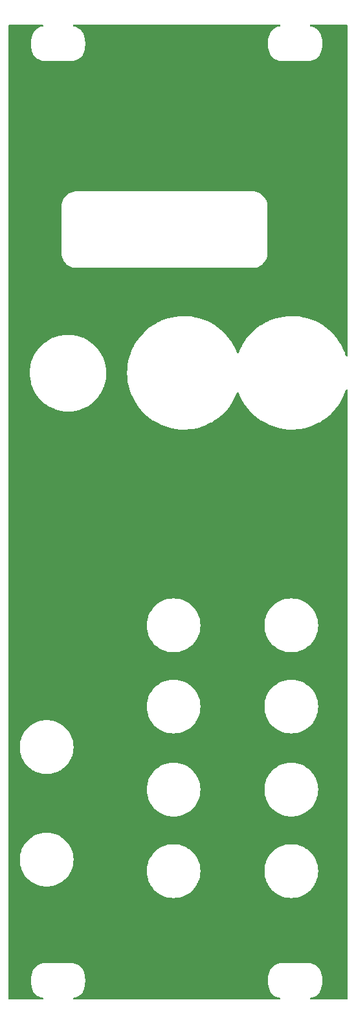
<source format=gbr>
%TF.GenerationSoftware,KiCad,Pcbnew,(6.0.7-1)-1*%
%TF.CreationDate,2022-12-12T14:07:04+01:00*%
%TF.ProjectId,panel,70616e65-6c2e-46b6-9963-61645f706362,rev?*%
%TF.SameCoordinates,Original*%
%TF.FileFunction,Copper,L1,Top*%
%TF.FilePolarity,Positive*%
%FSLAX46Y46*%
G04 Gerber Fmt 4.6, Leading zero omitted, Abs format (unit mm)*
G04 Created by KiCad (PCBNEW (6.0.7-1)-1) date 2022-12-12 14:07:04*
%MOMM*%
%LPD*%
G01*
G04 APERTURE LIST*
G04 APERTURE END LIST*
%TA.AperFunction,NonConductor*%
G36*
X27054924Y-21938502D02*
G01*
X27101417Y-21992158D01*
X27111521Y-22062432D01*
X27082027Y-22127012D01*
X27022301Y-22165396D01*
X27013230Y-22167698D01*
X26945424Y-22182243D01*
X26793494Y-22214833D01*
X26567033Y-22298086D01*
X26563119Y-22300190D01*
X26563115Y-22300192D01*
X26563091Y-22300205D01*
X26354518Y-22412334D01*
X26350936Y-22414969D01*
X26350933Y-22414971D01*
X26181671Y-22539488D01*
X26160164Y-22555310D01*
X25987829Y-22724178D01*
X25985131Y-22727693D01*
X25985127Y-22727698D01*
X25843635Y-22912065D01*
X25840933Y-22915586D01*
X25838754Y-22919449D01*
X25838750Y-22919455D01*
X25838739Y-22919475D01*
X25722390Y-23125736D01*
X25704911Y-23170454D01*
X25648028Y-23315980D01*
X25643086Y-23327026D01*
X25637424Y-23338206D01*
X25637403Y-23338270D01*
X25637393Y-23338290D01*
X25633514Y-23350229D01*
X25632741Y-23355027D01*
X25632739Y-23355036D01*
X25631407Y-23363309D01*
X25628815Y-23375515D01*
X25556741Y-23647753D01*
X25504003Y-23950372D01*
X25477535Y-24256410D01*
X25477535Y-24563590D01*
X25504003Y-24869628D01*
X25556741Y-25172247D01*
X25587794Y-25289539D01*
X25625398Y-25431578D01*
X25628442Y-25446828D01*
X25629342Y-25453438D01*
X25629928Y-25457741D01*
X25629948Y-25457808D01*
X25629949Y-25457815D01*
X25631281Y-25462280D01*
X25631283Y-25462289D01*
X25631593Y-25463327D01*
X25631602Y-25463356D01*
X25633514Y-25469771D01*
X25633517Y-25469778D01*
X25633537Y-25469844D01*
X25635709Y-25474407D01*
X25637517Y-25478205D01*
X25641103Y-25486491D01*
X25705598Y-25651500D01*
X25722322Y-25694288D01*
X25788404Y-25811435D01*
X25838668Y-25900541D01*
X25840874Y-25904452D01*
X25987785Y-26095869D01*
X25990964Y-26098984D01*
X25990966Y-26098986D01*
X26156960Y-26261626D01*
X26156966Y-26261631D01*
X26160139Y-26264740D01*
X26354516Y-26407712D01*
X26358424Y-26409812D01*
X26358428Y-26409815D01*
X26437332Y-26452224D01*
X26567056Y-26521948D01*
X26793542Y-26605180D01*
X26797883Y-26606111D01*
X26797888Y-26606112D01*
X26938305Y-26636212D01*
X27029477Y-26655756D01*
X27233241Y-26670077D01*
X27245260Y-26671505D01*
X27257626Y-26673581D01*
X27262490Y-26673639D01*
X27262493Y-26673639D01*
X27264112Y-26673658D01*
X27270178Y-26673730D01*
X27297700Y-26669779D01*
X27315605Y-26668500D01*
X30748695Y-26668500D01*
X30769619Y-26670250D01*
X30789357Y-26673574D01*
X30796423Y-26673661D01*
X30797045Y-26673669D01*
X30797046Y-26673669D01*
X30801909Y-26673729D01*
X30811264Y-26672391D01*
X30820234Y-26671434D01*
X31042592Y-26655772D01*
X31278504Y-26605167D01*
X31282678Y-26603633D01*
X31282680Y-26603632D01*
X31500795Y-26523448D01*
X31504965Y-26521915D01*
X31508880Y-26519811D01*
X31508883Y-26519809D01*
X31713485Y-26409815D01*
X31717481Y-26407667D01*
X31721069Y-26405028D01*
X31908249Y-26267329D01*
X31911835Y-26264691D01*
X32084170Y-26095823D01*
X32231067Y-25904416D01*
X32349610Y-25694265D01*
X32423965Y-25504036D01*
X32428912Y-25492979D01*
X32431594Y-25487685D01*
X32434576Y-25481796D01*
X32434601Y-25481720D01*
X32434606Y-25481711D01*
X32438485Y-25469772D01*
X32439274Y-25464876D01*
X32440595Y-25456675D01*
X32443188Y-25444466D01*
X32514563Y-25174875D01*
X32514565Y-25174864D01*
X32515258Y-25172248D01*
X32567996Y-24869629D01*
X32594464Y-24563591D01*
X32594464Y-24256411D01*
X32567996Y-23950373D01*
X32515258Y-23647754D01*
X32481510Y-23520284D01*
X32446603Y-23388432D01*
X32443559Y-23373181D01*
X32442730Y-23367094D01*
X32442730Y-23367092D01*
X32442072Y-23362260D01*
X32438486Y-23350230D01*
X32438478Y-23350214D01*
X32438465Y-23350169D01*
X32433915Y-23340610D01*
X32430329Y-23332323D01*
X32351218Y-23129898D01*
X32351217Y-23129896D01*
X32349601Y-23125761D01*
X32347403Y-23121863D01*
X32233246Y-22919475D01*
X32231062Y-22915603D01*
X32228360Y-22912083D01*
X32228356Y-22912076D01*
X32086872Y-22727715D01*
X32084166Y-22724189D01*
X31911827Y-22555318D01*
X31717468Y-22412342D01*
X31504944Y-22298098D01*
X31278475Y-22214855D01*
X31058577Y-22167699D01*
X30996165Y-22133858D01*
X30961956Y-22071647D01*
X30966812Y-22000816D01*
X31009190Y-21943855D01*
X31075637Y-21918848D01*
X31084997Y-21918500D01*
X57986803Y-21918500D01*
X58054924Y-21938502D01*
X58101417Y-21992158D01*
X58111521Y-22062432D01*
X58082027Y-22127012D01*
X58022301Y-22165396D01*
X58013230Y-22167698D01*
X57945424Y-22182243D01*
X57793494Y-22214833D01*
X57567033Y-22298086D01*
X57563119Y-22300190D01*
X57563115Y-22300192D01*
X57563091Y-22300205D01*
X57354518Y-22412334D01*
X57350936Y-22414969D01*
X57350933Y-22414971D01*
X57181671Y-22539488D01*
X57160164Y-22555310D01*
X56987829Y-22724178D01*
X56985131Y-22727693D01*
X56985127Y-22727698D01*
X56843635Y-22912065D01*
X56840933Y-22915586D01*
X56838754Y-22919449D01*
X56838750Y-22919455D01*
X56838739Y-22919475D01*
X56722390Y-23125736D01*
X56704911Y-23170454D01*
X56648028Y-23315980D01*
X56643086Y-23327026D01*
X56637424Y-23338206D01*
X56637400Y-23338281D01*
X56637390Y-23338300D01*
X56633511Y-23350239D01*
X56632736Y-23355052D01*
X56631405Y-23363317D01*
X56628814Y-23375522D01*
X56556744Y-23647760D01*
X56556275Y-23650450D01*
X56556275Y-23650451D01*
X56512465Y-23901855D01*
X56504009Y-23950377D01*
X56477544Y-24256412D01*
X56477544Y-24563588D01*
X56504009Y-24869623D01*
X56504477Y-24872309D01*
X56504478Y-24872316D01*
X56556275Y-25169549D01*
X56556744Y-25172240D01*
X56621962Y-25418595D01*
X56625395Y-25431563D01*
X56628438Y-25446806D01*
X56629925Y-25457732D01*
X56631313Y-25462387D01*
X56631314Y-25462393D01*
X56631790Y-25463986D01*
X56633511Y-25469761D01*
X56633516Y-25469771D01*
X56633534Y-25469832D01*
X56635666Y-25474310D01*
X56635669Y-25474318D01*
X56638083Y-25479388D01*
X56641674Y-25487685D01*
X56705696Y-25651500D01*
X56722399Y-25694240D01*
X56840938Y-25904398D01*
X56843640Y-25907918D01*
X56843644Y-25907925D01*
X56985128Y-26092286D01*
X56987834Y-26095812D01*
X57160173Y-26264683D01*
X57354533Y-26407659D01*
X57567056Y-26521903D01*
X57793526Y-26605147D01*
X58029446Y-26655738D01*
X58033878Y-26656050D01*
X58033879Y-26656050D01*
X58233192Y-26670074D01*
X58245219Y-26671504D01*
X58252772Y-26672773D01*
X58252787Y-26672774D01*
X58257584Y-26673580D01*
X58263899Y-26673655D01*
X58265265Y-26673672D01*
X58265268Y-26673672D01*
X58270136Y-26673730D01*
X58297690Y-26669777D01*
X58315582Y-26668500D01*
X61748695Y-26668500D01*
X61769619Y-26670250D01*
X61789357Y-26673574D01*
X61796423Y-26673661D01*
X61797045Y-26673669D01*
X61797046Y-26673669D01*
X61801909Y-26673729D01*
X61811264Y-26672391D01*
X61820234Y-26671434D01*
X62042592Y-26655772D01*
X62278504Y-26605167D01*
X62282678Y-26603633D01*
X62282680Y-26603632D01*
X62500795Y-26523448D01*
X62504965Y-26521915D01*
X62508880Y-26519811D01*
X62508883Y-26519809D01*
X62713485Y-26409815D01*
X62717481Y-26407667D01*
X62721069Y-26405028D01*
X62908249Y-26267329D01*
X62911835Y-26264691D01*
X63084170Y-26095823D01*
X63231067Y-25904416D01*
X63349610Y-25694265D01*
X63423965Y-25504036D01*
X63428912Y-25492979D01*
X63432487Y-25485921D01*
X63432487Y-25485920D01*
X63434576Y-25481796D01*
X63434597Y-25481733D01*
X63434603Y-25481720D01*
X63438482Y-25469782D01*
X63439255Y-25464985D01*
X63439258Y-25464972D01*
X63440592Y-25456691D01*
X63443184Y-25444487D01*
X63511254Y-25187389D01*
X63515261Y-25172256D01*
X63567536Y-24872318D01*
X63567538Y-24872309D01*
X63567539Y-24872304D01*
X63568004Y-24869634D01*
X63594474Y-24563593D01*
X63594474Y-24256409D01*
X63580550Y-24095425D01*
X63568239Y-23953080D01*
X63568238Y-23953070D01*
X63568004Y-23950368D01*
X63567537Y-23947684D01*
X63515727Y-23650412D01*
X63515725Y-23650404D01*
X63515262Y-23647746D01*
X63446602Y-23388425D01*
X63443556Y-23373168D01*
X63442727Y-23367077D01*
X63442070Y-23362250D01*
X63438483Y-23350221D01*
X63438475Y-23350205D01*
X63438453Y-23350130D01*
X63434325Y-23341460D01*
X63430734Y-23333165D01*
X63418928Y-23302964D01*
X63349639Y-23125709D01*
X63231087Y-22915560D01*
X63213836Y-22893083D01*
X63086885Y-22727679D01*
X63086883Y-22727677D01*
X63084180Y-22724155D01*
X62915029Y-22558423D01*
X62915016Y-22558410D01*
X62915011Y-22558406D01*
X62911834Y-22555293D01*
X62717470Y-22412325D01*
X62508881Y-22300205D01*
X62508859Y-22300193D01*
X62508855Y-22300191D01*
X62504944Y-22298089D01*
X62278474Y-22214850D01*
X62058582Y-22167699D01*
X61996169Y-22133860D01*
X61961960Y-22071649D01*
X61966814Y-22000818D01*
X62009192Y-21943856D01*
X62075638Y-21918848D01*
X62085000Y-21918500D01*
X66781500Y-21918500D01*
X66849621Y-21938502D01*
X66896114Y-21992158D01*
X66907500Y-22044500D01*
X66907500Y-65130590D01*
X66887498Y-65198711D01*
X66833842Y-65245204D01*
X66763568Y-65255308D01*
X66698988Y-65225814D01*
X66661976Y-65170466D01*
X66593120Y-64964079D01*
X66542969Y-64813756D01*
X66541520Y-64810265D01*
X66424394Y-64528197D01*
X66339573Y-64323925D01*
X66101676Y-63849889D01*
X66057945Y-63776383D01*
X65831655Y-63396025D01*
X65830495Y-63394075D01*
X65527419Y-62958817D01*
X65289176Y-62664086D01*
X65195409Y-62548086D01*
X65195405Y-62548082D01*
X65193999Y-62546342D01*
X64831941Y-62158761D01*
X64443098Y-61798058D01*
X64029462Y-61466080D01*
X63593148Y-61164525D01*
X63591203Y-61163377D01*
X63591192Y-61163370D01*
X63138338Y-60896086D01*
X63138335Y-60896084D01*
X63136391Y-60894937D01*
X62661527Y-60658696D01*
X62659443Y-60657839D01*
X62173082Y-60457871D01*
X62173069Y-60457866D01*
X62170989Y-60457011D01*
X61667285Y-60290915D01*
X61196727Y-60172282D01*
X61155170Y-60161805D01*
X61155168Y-60161804D01*
X61152996Y-60161257D01*
X60863421Y-60109936D01*
X60632965Y-60069093D01*
X60632959Y-60069092D01*
X60630752Y-60068701D01*
X60628511Y-60068467D01*
X60628508Y-60068467D01*
X60512748Y-60056402D01*
X60103228Y-60013721D01*
X60100981Y-60013648D01*
X60100975Y-60013648D01*
X59855423Y-60005717D01*
X59573122Y-59996599D01*
X59570883Y-59996687D01*
X59570877Y-59996687D01*
X59246791Y-60009421D01*
X59043149Y-60017422D01*
X59040930Y-60017669D01*
X59040916Y-60017670D01*
X58518258Y-60075834D01*
X58518256Y-60075834D01*
X58516021Y-60076083D01*
X57994437Y-60172282D01*
X57992261Y-60172847D01*
X57992251Y-60172849D01*
X57568934Y-60282721D01*
X57481065Y-60305527D01*
X57478935Y-60306246D01*
X56980665Y-60474416D01*
X56980654Y-60474420D01*
X56978533Y-60475136D01*
X56976458Y-60476006D01*
X56976453Y-60476008D01*
X56538397Y-60659701D01*
X56489415Y-60680241D01*
X56487422Y-60681250D01*
X56487411Y-60681255D01*
X56067295Y-60893931D01*
X56016212Y-60919791D01*
X55561348Y-61192561D01*
X55559520Y-61193843D01*
X55559519Y-61193844D01*
X55501399Y-61234616D01*
X55127150Y-61497155D01*
X55125392Y-61498586D01*
X55125391Y-61498587D01*
X54717598Y-61830582D01*
X54717589Y-61830590D01*
X54715841Y-61832013D01*
X54714199Y-61833558D01*
X54331159Y-62193884D01*
X54331147Y-62193896D01*
X54329526Y-62195421D01*
X53970183Y-62585520D01*
X53968787Y-62587272D01*
X53641052Y-62998554D01*
X53641043Y-62998566D01*
X53639651Y-63000313D01*
X53526213Y-63165676D01*
X53369532Y-63394075D01*
X53339621Y-63437677D01*
X53338480Y-63439626D01*
X53338476Y-63439632D01*
X53099398Y-63847947D01*
X53071629Y-63895373D01*
X52837047Y-64371058D01*
X52836193Y-64373155D01*
X52836192Y-64373158D01*
X52658587Y-64809451D01*
X52614377Y-64865003D01*
X52547152Y-64887835D01*
X52478255Y-64870697D01*
X52429560Y-64819032D01*
X52425519Y-64810265D01*
X52416897Y-64789499D01*
X52223573Y-64323925D01*
X51985676Y-63849889D01*
X51941945Y-63776383D01*
X51715655Y-63396025D01*
X51714495Y-63394075D01*
X51411419Y-62958817D01*
X51173176Y-62664086D01*
X51079409Y-62548086D01*
X51079405Y-62548082D01*
X51077999Y-62546342D01*
X50715941Y-62158761D01*
X50327098Y-61798058D01*
X49913462Y-61466080D01*
X49477148Y-61164525D01*
X49475203Y-61163377D01*
X49475192Y-61163370D01*
X49022338Y-60896086D01*
X49022335Y-60896084D01*
X49020391Y-60894937D01*
X48545527Y-60658696D01*
X48543443Y-60657839D01*
X48057082Y-60457871D01*
X48057069Y-60457866D01*
X48054989Y-60457011D01*
X47551285Y-60290915D01*
X47080727Y-60172282D01*
X47039170Y-60161805D01*
X47039168Y-60161804D01*
X47036996Y-60161257D01*
X46747421Y-60109936D01*
X46516965Y-60069093D01*
X46516959Y-60069092D01*
X46514752Y-60068701D01*
X46512511Y-60068467D01*
X46512508Y-60068467D01*
X46396748Y-60056402D01*
X45987228Y-60013721D01*
X45984981Y-60013648D01*
X45984975Y-60013648D01*
X45739423Y-60005717D01*
X45457122Y-59996599D01*
X45454883Y-59996687D01*
X45454877Y-59996687D01*
X45130791Y-60009421D01*
X44927149Y-60017422D01*
X44924930Y-60017669D01*
X44924916Y-60017670D01*
X44402258Y-60075834D01*
X44402256Y-60075834D01*
X44400021Y-60076083D01*
X43878437Y-60172282D01*
X43876261Y-60172847D01*
X43876251Y-60172849D01*
X43452934Y-60282721D01*
X43365065Y-60305527D01*
X43362935Y-60306246D01*
X42864665Y-60474416D01*
X42864654Y-60474420D01*
X42862533Y-60475136D01*
X42860458Y-60476006D01*
X42860453Y-60476008D01*
X42422397Y-60659701D01*
X42373415Y-60680241D01*
X42371422Y-60681250D01*
X42371411Y-60681255D01*
X41951295Y-60893931D01*
X41900212Y-60919791D01*
X41445348Y-61192561D01*
X41443520Y-61193843D01*
X41443519Y-61193844D01*
X41385399Y-61234616D01*
X41011150Y-61497155D01*
X41009392Y-61498586D01*
X41009391Y-61498587D01*
X40601598Y-61830582D01*
X40601589Y-61830590D01*
X40599841Y-61832013D01*
X40598199Y-61833558D01*
X40215159Y-62193884D01*
X40215147Y-62193896D01*
X40213526Y-62195421D01*
X39854183Y-62585520D01*
X39852787Y-62587272D01*
X39525052Y-62998554D01*
X39525043Y-62998566D01*
X39523651Y-63000313D01*
X39410213Y-63165676D01*
X39253532Y-63394075D01*
X39223621Y-63437677D01*
X39222480Y-63439626D01*
X39222476Y-63439632D01*
X38983398Y-63847947D01*
X38955629Y-63895373D01*
X38721047Y-64371058D01*
X38720193Y-64373155D01*
X38720192Y-64373158D01*
X38626148Y-64604182D01*
X38521075Y-64862297D01*
X38497951Y-64933255D01*
X38379213Y-65297612D01*
X38356738Y-65366577D01*
X38228876Y-65881316D01*
X38138144Y-66403880D01*
X38137919Y-66406115D01*
X38137918Y-66406122D01*
X38090226Y-66879757D01*
X38085006Y-66931593D01*
X38084942Y-66933829D01*
X38084941Y-66933838D01*
X38082657Y-67013132D01*
X38071226Y-67410000D01*
X38069735Y-67461755D01*
X38092407Y-67991652D01*
X38092662Y-67993876D01*
X38092663Y-67993884D01*
X38118293Y-68217099D01*
X38152908Y-68518572D01*
X38153320Y-68520761D01*
X38153321Y-68520770D01*
X38222379Y-68888003D01*
X38250927Y-69039818D01*
X38251499Y-69041991D01*
X38251500Y-69041995D01*
X38261500Y-69079976D01*
X38385964Y-69552722D01*
X38557326Y-70054658D01*
X38558200Y-70056721D01*
X38558203Y-70056730D01*
X38651170Y-70276280D01*
X38764136Y-70543058D01*
X39005337Y-71015421D01*
X39006501Y-71017346D01*
X39006505Y-71017354D01*
X39136300Y-71232093D01*
X39279693Y-71469330D01*
X39585800Y-71902462D01*
X39587236Y-71904213D01*
X39587238Y-71904216D01*
X39660427Y-71993476D01*
X39922092Y-72312600D01*
X40286847Y-72697644D01*
X40678198Y-73055623D01*
X41094142Y-73384706D01*
X41096003Y-73385973D01*
X41096011Y-73385979D01*
X41446918Y-73624902D01*
X41532551Y-73683207D01*
X41991179Y-73949600D01*
X41993187Y-73950582D01*
X41993201Y-73950589D01*
X42337274Y-74118776D01*
X42467680Y-74182520D01*
X42959615Y-74380775D01*
X42961754Y-74381464D01*
X42961760Y-74381466D01*
X43135339Y-74437363D01*
X43464465Y-74543351D01*
X43466649Y-74543885D01*
X43466651Y-74543886D01*
X43977455Y-74668879D01*
X43977465Y-74668881D01*
X43979647Y-74669415D01*
X44502524Y-74758323D01*
X44504751Y-74758539D01*
X44504763Y-74758541D01*
X45028182Y-74809401D01*
X45028195Y-74809402D01*
X45030420Y-74809618D01*
X45032647Y-74809674D01*
X45032657Y-74809675D01*
X45452965Y-74820314D01*
X45560632Y-74823040D01*
X45562877Y-74822936D01*
X45562887Y-74822936D01*
X45855300Y-74809401D01*
X46090447Y-74798517D01*
X46092674Y-74798253D01*
X46092679Y-74798253D01*
X46428206Y-74758541D01*
X46617152Y-74736178D01*
X46619359Y-74735755D01*
X47135859Y-74636760D01*
X47135872Y-74636757D01*
X47138053Y-74636339D01*
X47140218Y-74635761D01*
X47648304Y-74500096D01*
X47648316Y-74500092D01*
X47650482Y-74499514D01*
X47652611Y-74498779D01*
X47652617Y-74498777D01*
X47852986Y-74429589D01*
X48151817Y-74326401D01*
X48329158Y-74250575D01*
X48637412Y-74118776D01*
X48637427Y-74118769D01*
X48639492Y-74117886D01*
X48964319Y-73950589D01*
X49109005Y-73876071D01*
X49109013Y-73876067D01*
X49111010Y-73875038D01*
X49307479Y-73755348D01*
X49562019Y-73600282D01*
X49562022Y-73600280D01*
X49563959Y-73599100D01*
X49565807Y-73597784D01*
X49565815Y-73597779D01*
X49994174Y-73292797D01*
X49994186Y-73292787D01*
X49996020Y-73291482D01*
X50221999Y-73104868D01*
X50403257Y-72955185D01*
X50403262Y-72955180D01*
X50404981Y-72953761D01*
X50671862Y-72699169D01*
X50787127Y-72589212D01*
X50787137Y-72589202D01*
X50788749Y-72587664D01*
X50963525Y-72395251D01*
X51143838Y-72196743D01*
X51143842Y-72196739D01*
X51145361Y-72195066D01*
X51205555Y-72118435D01*
X51471595Y-71779750D01*
X51471599Y-71779745D01*
X51472989Y-71777975D01*
X51474243Y-71776119D01*
X51474252Y-71776107D01*
X51768693Y-71340402D01*
X51768698Y-71340394D01*
X51769959Y-71338528D01*
X52034749Y-70878972D01*
X52266004Y-70401661D01*
X52423117Y-70007854D01*
X52466938Y-69951994D01*
X52534002Y-69928694D01*
X52603017Y-69945350D01*
X52652071Y-69996674D01*
X52659389Y-70013835D01*
X52673326Y-70054658D01*
X52674201Y-70056723D01*
X52674205Y-70056735D01*
X52767170Y-70276280D01*
X52880136Y-70543058D01*
X53121337Y-71015421D01*
X53122501Y-71017346D01*
X53122505Y-71017354D01*
X53252300Y-71232093D01*
X53395693Y-71469330D01*
X53701800Y-71902462D01*
X53703236Y-71904213D01*
X53703238Y-71904216D01*
X53776427Y-71993476D01*
X54038092Y-72312600D01*
X54402847Y-72697644D01*
X54794198Y-73055623D01*
X55210142Y-73384706D01*
X55212003Y-73385973D01*
X55212011Y-73385979D01*
X55562918Y-73624902D01*
X55648551Y-73683207D01*
X56107179Y-73949600D01*
X56109187Y-73950582D01*
X56109201Y-73950589D01*
X56453274Y-74118776D01*
X56583680Y-74182520D01*
X57075615Y-74380775D01*
X57077754Y-74381464D01*
X57077760Y-74381466D01*
X57251339Y-74437363D01*
X57580465Y-74543351D01*
X57582649Y-74543885D01*
X57582651Y-74543886D01*
X58093455Y-74668879D01*
X58093465Y-74668881D01*
X58095647Y-74669415D01*
X58618524Y-74758323D01*
X58620751Y-74758539D01*
X58620763Y-74758541D01*
X59144182Y-74809401D01*
X59144195Y-74809402D01*
X59146420Y-74809618D01*
X59148647Y-74809674D01*
X59148657Y-74809675D01*
X59568965Y-74820314D01*
X59676632Y-74823040D01*
X59678877Y-74822936D01*
X59678887Y-74822936D01*
X59971300Y-74809401D01*
X60206447Y-74798517D01*
X60208674Y-74798253D01*
X60208679Y-74798253D01*
X60544206Y-74758541D01*
X60733152Y-74736178D01*
X60735359Y-74735755D01*
X61251859Y-74636760D01*
X61251872Y-74636757D01*
X61254053Y-74636339D01*
X61256218Y-74635761D01*
X61764304Y-74500096D01*
X61764316Y-74500092D01*
X61766482Y-74499514D01*
X61768611Y-74498779D01*
X61768617Y-74498777D01*
X61968986Y-74429589D01*
X62267817Y-74326401D01*
X62445158Y-74250575D01*
X62753412Y-74118776D01*
X62753427Y-74118769D01*
X62755492Y-74117886D01*
X63080319Y-73950589D01*
X63225005Y-73876071D01*
X63225013Y-73876067D01*
X63227010Y-73875038D01*
X63423479Y-73755348D01*
X63678019Y-73600282D01*
X63678022Y-73600280D01*
X63679959Y-73599100D01*
X63681807Y-73597784D01*
X63681815Y-73597779D01*
X64110174Y-73292797D01*
X64110186Y-73292787D01*
X64112020Y-73291482D01*
X64337999Y-73104868D01*
X64519257Y-72955185D01*
X64519262Y-72955180D01*
X64520981Y-72953761D01*
X64787862Y-72699169D01*
X64903127Y-72589212D01*
X64903137Y-72589202D01*
X64904749Y-72587664D01*
X65079525Y-72395251D01*
X65259838Y-72196743D01*
X65259842Y-72196739D01*
X65261361Y-72195066D01*
X65321555Y-72118435D01*
X65587595Y-71779750D01*
X65587599Y-71779745D01*
X65588989Y-71777975D01*
X65590243Y-71776119D01*
X65590252Y-71776107D01*
X65884693Y-71340402D01*
X65884698Y-71340394D01*
X65885959Y-71338528D01*
X66150749Y-70878972D01*
X66382004Y-70401661D01*
X66519616Y-70056735D01*
X66577704Y-69911135D01*
X66578541Y-69909037D01*
X66579220Y-69906905D01*
X66579224Y-69906892D01*
X66661431Y-69648525D01*
X66701146Y-69589676D01*
X66766373Y-69561640D01*
X66836402Y-69573319D01*
X66889001Y-69621005D01*
X66907500Y-69686729D01*
X66907500Y-149175500D01*
X66887498Y-149243621D01*
X66833842Y-149290114D01*
X66781500Y-149301500D01*
X62085191Y-149301500D01*
X62017070Y-149281498D01*
X61970577Y-149227842D01*
X61960473Y-149157568D01*
X61989967Y-149092988D01*
X62049693Y-149054604D01*
X62058764Y-149052303D01*
X62082542Y-149047202D01*
X62278504Y-149005167D01*
X62282678Y-149003633D01*
X62282680Y-149003632D01*
X62500795Y-148923448D01*
X62504965Y-148921915D01*
X62508880Y-148919811D01*
X62508883Y-148919809D01*
X62713485Y-148809815D01*
X62717481Y-148807667D01*
X62721069Y-148805028D01*
X62908249Y-148667329D01*
X62911835Y-148664691D01*
X63084170Y-148495823D01*
X63231067Y-148304416D01*
X63349610Y-148094265D01*
X63423965Y-147904036D01*
X63428912Y-147892979D01*
X63432487Y-147885921D01*
X63432487Y-147885920D01*
X63434576Y-147881796D01*
X63434597Y-147881733D01*
X63434603Y-147881720D01*
X63438482Y-147869782D01*
X63439255Y-147864985D01*
X63439258Y-147864972D01*
X63440592Y-147856691D01*
X63443184Y-147844487D01*
X63511254Y-147587389D01*
X63515261Y-147572256D01*
X63567536Y-147272318D01*
X63567538Y-147272309D01*
X63567539Y-147272304D01*
X63568004Y-147269634D01*
X63594474Y-146963593D01*
X63594474Y-146656409D01*
X63580550Y-146495425D01*
X63568239Y-146353080D01*
X63568238Y-146353070D01*
X63568004Y-146350368D01*
X63567537Y-146347684D01*
X63515727Y-146050412D01*
X63515725Y-146050404D01*
X63515262Y-146047746D01*
X63446602Y-145788425D01*
X63443556Y-145773168D01*
X63442727Y-145767077D01*
X63442070Y-145762250D01*
X63438483Y-145750221D01*
X63438475Y-145750205D01*
X63438453Y-145750130D01*
X63434325Y-145741460D01*
X63430734Y-145733165D01*
X63418928Y-145702964D01*
X63349639Y-145525709D01*
X63231087Y-145315560D01*
X63213836Y-145293083D01*
X63086885Y-145127679D01*
X63086883Y-145127677D01*
X63084180Y-145124155D01*
X62915029Y-144958423D01*
X62915016Y-144958410D01*
X62915011Y-144958406D01*
X62911834Y-144955293D01*
X62717470Y-144812325D01*
X62508881Y-144700205D01*
X62508859Y-144700193D01*
X62508855Y-144700191D01*
X62504944Y-144698089D01*
X62278474Y-144614850D01*
X62274125Y-144613917D01*
X62274120Y-144613916D01*
X62046905Y-144565195D01*
X62042554Y-144564262D01*
X61904958Y-144554581D01*
X61838812Y-144549927D01*
X61826786Y-144548498D01*
X61819223Y-144547228D01*
X61814418Y-144546421D01*
X61808103Y-144546346D01*
X61806737Y-144546329D01*
X61806734Y-144546329D01*
X61801866Y-144546271D01*
X61774319Y-144550223D01*
X61756427Y-144551500D01*
X58323299Y-144551500D01*
X58302373Y-144549750D01*
X58282642Y-144546427D01*
X58275477Y-144546339D01*
X58274953Y-144546332D01*
X58274952Y-144546332D01*
X58270090Y-144546272D01*
X58265286Y-144546959D01*
X58265273Y-144546960D01*
X58260753Y-144547607D01*
X58251768Y-144548565D01*
X58157392Y-144555213D01*
X58033833Y-144563916D01*
X58033830Y-144563916D01*
X58029407Y-144564228D01*
X58025074Y-144565157D01*
X58025070Y-144565158D01*
X57878675Y-144596561D01*
X57793494Y-144614833D01*
X57567033Y-144698086D01*
X57563119Y-144700190D01*
X57563115Y-144700192D01*
X57563091Y-144700205D01*
X57354518Y-144812334D01*
X57350936Y-144814969D01*
X57350933Y-144814971D01*
X57181671Y-144939488D01*
X57160164Y-144955310D01*
X56987829Y-145124178D01*
X56985131Y-145127693D01*
X56985127Y-145127698D01*
X56843635Y-145312065D01*
X56840933Y-145315586D01*
X56838754Y-145319449D01*
X56838750Y-145319455D01*
X56838739Y-145319475D01*
X56722390Y-145525736D01*
X56704911Y-145570454D01*
X56648028Y-145715980D01*
X56643086Y-145727026D01*
X56637424Y-145738206D01*
X56637400Y-145738281D01*
X56637390Y-145738300D01*
X56633511Y-145750239D01*
X56632736Y-145755052D01*
X56631405Y-145763317D01*
X56628814Y-145775522D01*
X56556744Y-146047760D01*
X56556275Y-146050450D01*
X56556275Y-146050451D01*
X56512465Y-146301855D01*
X56504009Y-146350377D01*
X56477544Y-146656412D01*
X56477544Y-146963588D01*
X56504009Y-147269623D01*
X56504477Y-147272309D01*
X56504478Y-147272316D01*
X56556275Y-147569549D01*
X56556744Y-147572240D01*
X56621962Y-147818595D01*
X56625395Y-147831563D01*
X56628438Y-147846806D01*
X56629925Y-147857732D01*
X56631313Y-147862387D01*
X56631314Y-147862393D01*
X56631790Y-147863986D01*
X56633511Y-147869761D01*
X56633516Y-147869771D01*
X56633534Y-147869832D01*
X56635666Y-147874310D01*
X56635669Y-147874318D01*
X56638083Y-147879388D01*
X56641674Y-147887685D01*
X56705696Y-148051500D01*
X56722399Y-148094240D01*
X56840938Y-148304398D01*
X56843640Y-148307918D01*
X56843644Y-148307925D01*
X56985128Y-148492286D01*
X56987834Y-148495812D01*
X57160173Y-148664683D01*
X57354533Y-148807659D01*
X57567056Y-148921903D01*
X57793526Y-149005147D01*
X57797877Y-149006080D01*
X58013418Y-149052301D01*
X58075831Y-149086141D01*
X58110040Y-149148353D01*
X58105184Y-149219183D01*
X58062806Y-149276144D01*
X57996359Y-149301152D01*
X57986999Y-149301500D01*
X31085191Y-149301500D01*
X31017070Y-149281498D01*
X30970577Y-149227842D01*
X30960473Y-149157568D01*
X30989967Y-149092988D01*
X31049693Y-149054604D01*
X31058764Y-149052303D01*
X31082542Y-149047202D01*
X31278504Y-149005167D01*
X31282678Y-149003633D01*
X31282680Y-149003632D01*
X31500795Y-148923448D01*
X31504965Y-148921915D01*
X31508880Y-148919811D01*
X31508883Y-148919809D01*
X31713485Y-148809815D01*
X31717481Y-148807667D01*
X31721069Y-148805028D01*
X31908249Y-148667329D01*
X31911835Y-148664691D01*
X32084170Y-148495823D01*
X32231067Y-148304416D01*
X32349610Y-148094265D01*
X32423965Y-147904036D01*
X32428912Y-147892979D01*
X32431594Y-147887685D01*
X32434576Y-147881796D01*
X32434601Y-147881720D01*
X32434606Y-147881711D01*
X32438485Y-147869772D01*
X32439274Y-147864876D01*
X32440595Y-147856675D01*
X32443188Y-147844466D01*
X32514563Y-147574875D01*
X32514565Y-147574864D01*
X32515258Y-147572248D01*
X32567996Y-147269629D01*
X32594464Y-146963591D01*
X32594464Y-146656411D01*
X32567996Y-146350373D01*
X32515258Y-146047754D01*
X32481510Y-145920284D01*
X32446603Y-145788432D01*
X32443559Y-145773181D01*
X32442730Y-145767094D01*
X32442730Y-145767092D01*
X32442072Y-145762260D01*
X32438486Y-145750230D01*
X32438478Y-145750214D01*
X32438465Y-145750169D01*
X32433915Y-145740610D01*
X32430329Y-145732323D01*
X32351218Y-145529898D01*
X32351217Y-145529896D01*
X32349601Y-145525761D01*
X32347403Y-145521863D01*
X32233246Y-145319475D01*
X32231062Y-145315603D01*
X32228360Y-145312083D01*
X32228356Y-145312076D01*
X32086872Y-145127715D01*
X32084166Y-145124189D01*
X31911827Y-144955318D01*
X31717468Y-144812342D01*
X31504944Y-144698098D01*
X31278475Y-144614855D01*
X31042555Y-144564263D01*
X31038123Y-144563951D01*
X31038122Y-144563951D01*
X30972026Y-144559300D01*
X30838806Y-144549927D01*
X30826782Y-144548497D01*
X30819229Y-144547228D01*
X30819216Y-144547227D01*
X30814418Y-144546421D01*
X30808103Y-144546346D01*
X30806737Y-144546329D01*
X30806734Y-144546329D01*
X30801866Y-144546271D01*
X30774319Y-144550223D01*
X30756427Y-144551500D01*
X27323299Y-144551500D01*
X27302373Y-144549750D01*
X27282642Y-144546427D01*
X27275477Y-144546339D01*
X27274953Y-144546332D01*
X27274952Y-144546332D01*
X27270090Y-144546272D01*
X27265286Y-144546959D01*
X27265273Y-144546960D01*
X27260753Y-144547607D01*
X27251768Y-144548565D01*
X27157392Y-144555213D01*
X27033833Y-144563916D01*
X27033830Y-144563916D01*
X27029407Y-144564228D01*
X27025074Y-144565157D01*
X27025070Y-144565158D01*
X26878675Y-144596561D01*
X26793494Y-144614833D01*
X26567033Y-144698086D01*
X26563119Y-144700190D01*
X26563115Y-144700192D01*
X26563091Y-144700205D01*
X26354518Y-144812334D01*
X26350936Y-144814969D01*
X26350933Y-144814971D01*
X26181671Y-144939488D01*
X26160164Y-144955310D01*
X25987829Y-145124178D01*
X25985131Y-145127693D01*
X25985127Y-145127698D01*
X25843635Y-145312065D01*
X25840933Y-145315586D01*
X25838754Y-145319449D01*
X25838750Y-145319455D01*
X25838739Y-145319475D01*
X25722390Y-145525736D01*
X25704911Y-145570454D01*
X25648028Y-145715980D01*
X25643086Y-145727026D01*
X25637424Y-145738206D01*
X25637403Y-145738270D01*
X25637393Y-145738290D01*
X25633514Y-145750229D01*
X25632741Y-145755027D01*
X25632739Y-145755036D01*
X25631407Y-145763309D01*
X25628815Y-145775515D01*
X25556741Y-146047753D01*
X25504003Y-146350372D01*
X25477535Y-146656410D01*
X25477535Y-146963590D01*
X25504003Y-147269628D01*
X25556741Y-147572247D01*
X25587794Y-147689539D01*
X25625398Y-147831578D01*
X25628442Y-147846828D01*
X25629342Y-147853438D01*
X25629928Y-147857741D01*
X25629948Y-147857808D01*
X25629949Y-147857815D01*
X25631281Y-147862280D01*
X25631283Y-147862289D01*
X25631593Y-147863327D01*
X25631602Y-147863356D01*
X25633514Y-147869771D01*
X25633517Y-147869778D01*
X25633537Y-147869844D01*
X25635709Y-147874407D01*
X25637517Y-147878205D01*
X25641103Y-147886491D01*
X25705598Y-148051500D01*
X25722322Y-148094288D01*
X25788404Y-148211435D01*
X25838668Y-148300541D01*
X25840874Y-148304452D01*
X25987785Y-148495869D01*
X25990964Y-148498984D01*
X25990966Y-148498986D01*
X26156960Y-148661626D01*
X26156966Y-148661631D01*
X26160139Y-148664740D01*
X26354516Y-148807712D01*
X26358424Y-148809812D01*
X26358428Y-148809815D01*
X26437332Y-148852224D01*
X26567056Y-148921948D01*
X26793542Y-149005180D01*
X26797883Y-149006111D01*
X26797888Y-149006112D01*
X27013350Y-149052299D01*
X27075765Y-149086135D01*
X27109979Y-149148344D01*
X27105129Y-149219174D01*
X27062754Y-149276139D01*
X26996310Y-149301151D01*
X26986940Y-149301500D01*
X22670500Y-149301500D01*
X22602379Y-149281498D01*
X22555886Y-149227842D01*
X22544500Y-149175500D01*
X22544500Y-131010000D01*
X24022685Y-131010000D01*
X24041931Y-131377241D01*
X24042444Y-131380481D01*
X24042445Y-131380489D01*
X24049894Y-131427519D01*
X24099459Y-131740459D01*
X24194639Y-132095674D01*
X24195824Y-132098762D01*
X24195825Y-132098764D01*
X24245902Y-132229218D01*
X24326427Y-132438994D01*
X24493380Y-132766657D01*
X24693668Y-133075075D01*
X24925098Y-133360867D01*
X25185133Y-133620902D01*
X25470925Y-133852332D01*
X25473700Y-133854134D01*
X25599623Y-133935909D01*
X25779342Y-134052620D01*
X25782276Y-134054115D01*
X25782283Y-134054119D01*
X26099108Y-134215549D01*
X26107006Y-134219573D01*
X26450326Y-134351361D01*
X26805541Y-134446541D01*
X26998558Y-134477112D01*
X27165511Y-134503555D01*
X27165519Y-134503556D01*
X27168759Y-134504069D01*
X27536000Y-134523315D01*
X27903241Y-134504069D01*
X27906481Y-134503556D01*
X27906489Y-134503555D01*
X28073442Y-134477112D01*
X28266459Y-134446541D01*
X28621674Y-134351361D01*
X28964994Y-134219573D01*
X28972892Y-134215549D01*
X29289717Y-134054119D01*
X29289724Y-134054115D01*
X29292658Y-134052620D01*
X29472378Y-133935909D01*
X29598300Y-133854134D01*
X29601075Y-133852332D01*
X29886867Y-133620902D01*
X30146902Y-133360867D01*
X30378332Y-133075075D01*
X30578620Y-132766657D01*
X30709394Y-132510000D01*
X40622685Y-132510000D01*
X40641931Y-132877241D01*
X40699459Y-133240459D01*
X40794639Y-133595674D01*
X40795824Y-133598762D01*
X40795825Y-133598764D01*
X40845902Y-133729218D01*
X40926427Y-133938994D01*
X40927925Y-133941934D01*
X41069993Y-134220757D01*
X41093380Y-134266657D01*
X41293668Y-134575075D01*
X41525098Y-134860867D01*
X41785133Y-135120902D01*
X42070925Y-135352332D01*
X42379342Y-135552620D01*
X42382276Y-135554115D01*
X42382283Y-135554119D01*
X42704066Y-135718075D01*
X42707006Y-135719573D01*
X43050326Y-135851361D01*
X43405541Y-135946541D01*
X43598558Y-135977112D01*
X43765511Y-136003555D01*
X43765519Y-136003556D01*
X43768759Y-136004069D01*
X44136000Y-136023315D01*
X44503241Y-136004069D01*
X44506481Y-136003556D01*
X44506489Y-136003555D01*
X44673442Y-135977112D01*
X44866459Y-135946541D01*
X45221674Y-135851361D01*
X45564994Y-135719573D01*
X45567934Y-135718075D01*
X45889717Y-135554119D01*
X45889724Y-135554115D01*
X45892658Y-135552620D01*
X46201075Y-135352332D01*
X46486867Y-135120902D01*
X46746902Y-134860867D01*
X46978332Y-134575075D01*
X47178620Y-134266657D01*
X47202008Y-134220757D01*
X47344075Y-133941934D01*
X47345573Y-133938994D01*
X47426098Y-133729218D01*
X47476175Y-133598764D01*
X47476176Y-133598762D01*
X47477361Y-133595674D01*
X47572541Y-133240459D01*
X47630069Y-132877241D01*
X47649315Y-132510000D01*
X56022685Y-132510000D01*
X56041931Y-132877241D01*
X56099459Y-133240459D01*
X56194639Y-133595674D01*
X56195824Y-133598762D01*
X56195825Y-133598764D01*
X56245902Y-133729218D01*
X56326427Y-133938994D01*
X56327925Y-133941934D01*
X56469993Y-134220757D01*
X56493380Y-134266657D01*
X56693668Y-134575075D01*
X56925098Y-134860867D01*
X57185133Y-135120902D01*
X57470925Y-135352332D01*
X57779342Y-135552620D01*
X57782276Y-135554115D01*
X57782283Y-135554119D01*
X58104066Y-135718075D01*
X58107006Y-135719573D01*
X58450326Y-135851361D01*
X58805541Y-135946541D01*
X58998558Y-135977112D01*
X59165511Y-136003555D01*
X59165519Y-136003556D01*
X59168759Y-136004069D01*
X59536000Y-136023315D01*
X59903241Y-136004069D01*
X59906481Y-136003556D01*
X59906489Y-136003555D01*
X60073442Y-135977112D01*
X60266459Y-135946541D01*
X60621674Y-135851361D01*
X60964994Y-135719573D01*
X60967934Y-135718075D01*
X61289717Y-135554119D01*
X61289724Y-135554115D01*
X61292658Y-135552620D01*
X61601075Y-135352332D01*
X61886867Y-135120902D01*
X62146902Y-134860867D01*
X62378332Y-134575075D01*
X62578620Y-134266657D01*
X62602008Y-134220757D01*
X62744075Y-133941934D01*
X62745573Y-133938994D01*
X62826098Y-133729218D01*
X62876175Y-133598764D01*
X62876176Y-133598762D01*
X62877361Y-133595674D01*
X62972541Y-133240459D01*
X63030069Y-132877241D01*
X63049315Y-132510000D01*
X63030069Y-132142759D01*
X63022612Y-132095674D01*
X62995925Y-131927182D01*
X62972541Y-131779541D01*
X62877361Y-131424326D01*
X62833365Y-131309711D01*
X62746757Y-131084091D01*
X62745573Y-131081006D01*
X62578620Y-130753343D01*
X62378332Y-130444925D01*
X62146902Y-130159133D01*
X61886867Y-129899098D01*
X61601075Y-129667668D01*
X61497526Y-129600423D01*
X61295427Y-129469178D01*
X61295424Y-129469176D01*
X61292658Y-129467380D01*
X61289724Y-129465885D01*
X61289717Y-129465881D01*
X60967934Y-129301925D01*
X60964994Y-129300427D01*
X60621674Y-129168639D01*
X60266459Y-129073459D01*
X60073442Y-129042888D01*
X59906489Y-129016445D01*
X59906481Y-129016444D01*
X59903241Y-129015931D01*
X59536000Y-128996685D01*
X59168759Y-129015931D01*
X59165519Y-129016444D01*
X59165511Y-129016445D01*
X58998558Y-129042888D01*
X58805541Y-129073459D01*
X58450326Y-129168639D01*
X58107006Y-129300427D01*
X58104066Y-129301925D01*
X57782284Y-129465881D01*
X57782277Y-129465885D01*
X57779343Y-129467380D01*
X57470925Y-129667668D01*
X57185133Y-129899098D01*
X56925098Y-130159133D01*
X56693668Y-130444925D01*
X56493380Y-130753343D01*
X56326427Y-131081006D01*
X56325243Y-131084091D01*
X56238636Y-131309711D01*
X56194639Y-131424326D01*
X56099459Y-131779541D01*
X56076075Y-131927182D01*
X56049389Y-132095674D01*
X56041931Y-132142759D01*
X56022685Y-132510000D01*
X47649315Y-132510000D01*
X47630069Y-132142759D01*
X47622612Y-132095674D01*
X47595925Y-131927182D01*
X47572541Y-131779541D01*
X47477361Y-131424326D01*
X47433365Y-131309711D01*
X47346757Y-131084091D01*
X47345573Y-131081006D01*
X47178620Y-130753343D01*
X46978332Y-130444925D01*
X46746902Y-130159133D01*
X46486867Y-129899098D01*
X46201075Y-129667668D01*
X46097526Y-129600423D01*
X45895427Y-129469178D01*
X45895424Y-129469176D01*
X45892658Y-129467380D01*
X45889724Y-129465885D01*
X45889717Y-129465881D01*
X45567934Y-129301925D01*
X45564994Y-129300427D01*
X45221674Y-129168639D01*
X44866459Y-129073459D01*
X44673442Y-129042888D01*
X44506489Y-129016445D01*
X44506481Y-129016444D01*
X44503241Y-129015931D01*
X44136000Y-128996685D01*
X43768759Y-129015931D01*
X43765519Y-129016444D01*
X43765511Y-129016445D01*
X43598558Y-129042888D01*
X43405541Y-129073459D01*
X43050326Y-129168639D01*
X42707006Y-129300427D01*
X42704066Y-129301925D01*
X42382284Y-129465881D01*
X42382277Y-129465885D01*
X42379343Y-129467380D01*
X42070925Y-129667668D01*
X41785133Y-129899098D01*
X41525098Y-130159133D01*
X41293668Y-130444925D01*
X41093380Y-130753343D01*
X40926427Y-131081006D01*
X40925243Y-131084091D01*
X40838636Y-131309711D01*
X40794639Y-131424326D01*
X40699459Y-131779541D01*
X40676075Y-131927182D01*
X40649389Y-132095674D01*
X40641931Y-132142759D01*
X40622685Y-132510000D01*
X30709394Y-132510000D01*
X30745573Y-132438994D01*
X30826098Y-132229218D01*
X30876175Y-132098764D01*
X30876176Y-132098762D01*
X30877361Y-132095674D01*
X30972541Y-131740459D01*
X31022106Y-131427519D01*
X31029555Y-131380489D01*
X31029556Y-131380481D01*
X31030069Y-131377241D01*
X31049315Y-131010000D01*
X31030069Y-130642759D01*
X30972541Y-130279541D01*
X30877361Y-129924326D01*
X30833365Y-129809711D01*
X30746757Y-129584091D01*
X30745573Y-129581006D01*
X30602611Y-129300427D01*
X30580119Y-129256284D01*
X30580115Y-129256277D01*
X30578620Y-129253343D01*
X30378332Y-128944925D01*
X30146902Y-128659133D01*
X29886867Y-128399098D01*
X29601075Y-128167668D01*
X29292658Y-127967380D01*
X29289724Y-127965885D01*
X29289717Y-127965881D01*
X28967934Y-127801925D01*
X28964994Y-127800427D01*
X28621674Y-127668639D01*
X28266459Y-127573459D01*
X28073442Y-127542888D01*
X27906489Y-127516445D01*
X27906481Y-127516444D01*
X27903241Y-127515931D01*
X27536000Y-127496685D01*
X27168759Y-127515931D01*
X27165519Y-127516444D01*
X27165511Y-127516445D01*
X26998558Y-127542888D01*
X26805541Y-127573459D01*
X26450326Y-127668639D01*
X26107006Y-127800427D01*
X26104066Y-127801925D01*
X25782284Y-127965881D01*
X25782277Y-127965885D01*
X25779343Y-127967380D01*
X25470925Y-128167668D01*
X25185133Y-128399098D01*
X24925098Y-128659133D01*
X24693668Y-128944925D01*
X24493380Y-129253343D01*
X24491885Y-129256277D01*
X24491881Y-129256284D01*
X24469389Y-129300427D01*
X24326427Y-129581006D01*
X24325243Y-129584091D01*
X24238636Y-129809711D01*
X24194639Y-129924326D01*
X24099459Y-130279541D01*
X24041931Y-130642759D01*
X24022685Y-131010000D01*
X22544500Y-131010000D01*
X22544500Y-121860000D01*
X40622685Y-121860000D01*
X40641931Y-122227241D01*
X40699459Y-122590459D01*
X40794639Y-122945674D01*
X40795824Y-122948762D01*
X40795825Y-122948764D01*
X40845902Y-123079218D01*
X40926427Y-123288994D01*
X41093380Y-123616657D01*
X41293668Y-123925075D01*
X41525098Y-124210867D01*
X41785133Y-124470902D01*
X42070925Y-124702332D01*
X42379342Y-124902620D01*
X42382276Y-124904115D01*
X42382283Y-124904119D01*
X42704066Y-125068075D01*
X42707006Y-125069573D01*
X43050326Y-125201361D01*
X43405541Y-125296541D01*
X43598558Y-125327112D01*
X43765511Y-125353555D01*
X43765519Y-125353556D01*
X43768759Y-125354069D01*
X44136000Y-125373315D01*
X44503241Y-125354069D01*
X44506481Y-125353556D01*
X44506489Y-125353555D01*
X44673442Y-125327112D01*
X44866459Y-125296541D01*
X45221674Y-125201361D01*
X45564994Y-125069573D01*
X45567934Y-125068075D01*
X45889717Y-124904119D01*
X45889724Y-124904115D01*
X45892658Y-124902620D01*
X46201075Y-124702332D01*
X46486867Y-124470902D01*
X46746902Y-124210867D01*
X46978332Y-123925075D01*
X47178620Y-123616657D01*
X47345573Y-123288994D01*
X47426098Y-123079218D01*
X47476175Y-122948764D01*
X47476176Y-122948762D01*
X47477361Y-122945674D01*
X47572541Y-122590459D01*
X47630069Y-122227241D01*
X47649315Y-121860000D01*
X56022685Y-121860000D01*
X56041931Y-122227241D01*
X56099459Y-122590459D01*
X56194639Y-122945674D01*
X56195824Y-122948762D01*
X56195825Y-122948764D01*
X56245902Y-123079218D01*
X56326427Y-123288994D01*
X56493380Y-123616657D01*
X56693668Y-123925075D01*
X56925098Y-124210867D01*
X57185133Y-124470902D01*
X57470925Y-124702332D01*
X57779342Y-124902620D01*
X57782276Y-124904115D01*
X57782283Y-124904119D01*
X58104066Y-125068075D01*
X58107006Y-125069573D01*
X58450326Y-125201361D01*
X58805541Y-125296541D01*
X58998558Y-125327112D01*
X59165511Y-125353555D01*
X59165519Y-125353556D01*
X59168759Y-125354069D01*
X59536000Y-125373315D01*
X59903241Y-125354069D01*
X59906481Y-125353556D01*
X59906489Y-125353555D01*
X60073442Y-125327112D01*
X60266459Y-125296541D01*
X60621674Y-125201361D01*
X60964994Y-125069573D01*
X60967934Y-125068075D01*
X61289717Y-124904119D01*
X61289724Y-124904115D01*
X61292658Y-124902620D01*
X61601075Y-124702332D01*
X61886867Y-124470902D01*
X62146902Y-124210867D01*
X62378332Y-123925075D01*
X62578620Y-123616657D01*
X62745573Y-123288994D01*
X62826098Y-123079218D01*
X62876175Y-122948764D01*
X62876176Y-122948762D01*
X62877361Y-122945674D01*
X62972541Y-122590459D01*
X63030069Y-122227241D01*
X63049315Y-121860000D01*
X63030069Y-121492759D01*
X62972541Y-121129541D01*
X62877361Y-120774326D01*
X62833365Y-120659711D01*
X62746757Y-120434091D01*
X62745573Y-120431006D01*
X62578620Y-120103343D01*
X62378332Y-119794925D01*
X62146902Y-119509133D01*
X61886867Y-119249098D01*
X61601075Y-119017668D01*
X61292658Y-118817380D01*
X61289724Y-118815885D01*
X61289717Y-118815881D01*
X60967934Y-118651925D01*
X60964994Y-118650427D01*
X60621674Y-118518639D01*
X60266459Y-118423459D01*
X60073442Y-118392888D01*
X59906489Y-118366445D01*
X59906481Y-118366444D01*
X59903241Y-118365931D01*
X59536000Y-118346685D01*
X59168759Y-118365931D01*
X59165519Y-118366444D01*
X59165511Y-118366445D01*
X58998558Y-118392888D01*
X58805541Y-118423459D01*
X58450326Y-118518639D01*
X58107006Y-118650427D01*
X58104066Y-118651925D01*
X57782284Y-118815881D01*
X57782277Y-118815885D01*
X57779343Y-118817380D01*
X57470925Y-119017668D01*
X57185133Y-119249098D01*
X56925098Y-119509133D01*
X56693668Y-119794925D01*
X56493380Y-120103343D01*
X56326427Y-120431006D01*
X56325243Y-120434091D01*
X56238636Y-120659711D01*
X56194639Y-120774326D01*
X56099459Y-121129541D01*
X56041931Y-121492759D01*
X56022685Y-121860000D01*
X47649315Y-121860000D01*
X47630069Y-121492759D01*
X47572541Y-121129541D01*
X47477361Y-120774326D01*
X47433365Y-120659711D01*
X47346757Y-120434091D01*
X47345573Y-120431006D01*
X47178620Y-120103343D01*
X46978332Y-119794925D01*
X46746902Y-119509133D01*
X46486867Y-119249098D01*
X46201075Y-119017668D01*
X45892658Y-118817380D01*
X45889724Y-118815885D01*
X45889717Y-118815881D01*
X45567934Y-118651925D01*
X45564994Y-118650427D01*
X45221674Y-118518639D01*
X44866459Y-118423459D01*
X44673442Y-118392888D01*
X44506489Y-118366445D01*
X44506481Y-118366444D01*
X44503241Y-118365931D01*
X44136000Y-118346685D01*
X43768759Y-118365931D01*
X43765519Y-118366444D01*
X43765511Y-118366445D01*
X43598558Y-118392888D01*
X43405541Y-118423459D01*
X43050326Y-118518639D01*
X42707006Y-118650427D01*
X42704066Y-118651925D01*
X42382284Y-118815881D01*
X42382277Y-118815885D01*
X42379343Y-118817380D01*
X42070925Y-119017668D01*
X41785133Y-119249098D01*
X41525098Y-119509133D01*
X41293668Y-119794925D01*
X41093380Y-120103343D01*
X40926427Y-120431006D01*
X40925243Y-120434091D01*
X40838636Y-120659711D01*
X40794639Y-120774326D01*
X40699459Y-121129541D01*
X40641931Y-121492759D01*
X40622685Y-121860000D01*
X22544500Y-121860000D01*
X22544500Y-116310000D01*
X24022685Y-116310000D01*
X24041931Y-116677241D01*
X24099459Y-117040459D01*
X24194639Y-117395674D01*
X24195824Y-117398762D01*
X24195825Y-117398764D01*
X24245902Y-117529218D01*
X24326427Y-117738994D01*
X24493380Y-118066657D01*
X24693668Y-118375075D01*
X24925098Y-118660867D01*
X25185133Y-118920902D01*
X25470925Y-119152332D01*
X25779342Y-119352620D01*
X25782276Y-119354115D01*
X25782283Y-119354119D01*
X25820156Y-119373416D01*
X26107006Y-119519573D01*
X26450326Y-119651361D01*
X26805541Y-119746541D01*
X26998558Y-119777112D01*
X27165511Y-119803555D01*
X27165519Y-119803556D01*
X27168759Y-119804069D01*
X27536000Y-119823315D01*
X27903241Y-119804069D01*
X27906481Y-119803556D01*
X27906489Y-119803555D01*
X28073442Y-119777112D01*
X28266459Y-119746541D01*
X28621674Y-119651361D01*
X28964994Y-119519573D01*
X29251844Y-119373416D01*
X29289717Y-119354119D01*
X29289724Y-119354115D01*
X29292658Y-119352620D01*
X29601075Y-119152332D01*
X29886867Y-118920902D01*
X30146902Y-118660867D01*
X30378332Y-118375075D01*
X30578620Y-118066657D01*
X30745573Y-117738994D01*
X30826098Y-117529218D01*
X30876175Y-117398764D01*
X30876176Y-117398762D01*
X30877361Y-117395674D01*
X30972541Y-117040459D01*
X31030069Y-116677241D01*
X31049315Y-116310000D01*
X31030069Y-115942759D01*
X30972541Y-115579541D01*
X30877361Y-115224326D01*
X30833365Y-115109711D01*
X30746757Y-114884091D01*
X30745573Y-114881006D01*
X30578620Y-114553343D01*
X30559008Y-114523142D01*
X30380134Y-114247700D01*
X30378332Y-114244925D01*
X30146902Y-113959133D01*
X29886867Y-113699098D01*
X29601075Y-113467668D01*
X29436616Y-113360867D01*
X29295427Y-113269178D01*
X29295424Y-113269176D01*
X29292658Y-113267380D01*
X29289724Y-113265885D01*
X29289717Y-113265881D01*
X28967934Y-113101925D01*
X28964994Y-113100427D01*
X28621674Y-112968639D01*
X28266459Y-112873459D01*
X28073442Y-112842888D01*
X27906489Y-112816445D01*
X27906481Y-112816444D01*
X27903241Y-112815931D01*
X27536000Y-112796685D01*
X27168759Y-112815931D01*
X27165519Y-112816444D01*
X27165511Y-112816445D01*
X26998558Y-112842888D01*
X26805541Y-112873459D01*
X26450326Y-112968639D01*
X26107006Y-113100427D01*
X26104066Y-113101925D01*
X25782284Y-113265881D01*
X25782277Y-113265885D01*
X25779343Y-113267380D01*
X25470925Y-113467668D01*
X25185133Y-113699098D01*
X24925098Y-113959133D01*
X24693668Y-114244925D01*
X24691866Y-114247700D01*
X24512993Y-114523142D01*
X24493380Y-114553343D01*
X24326427Y-114881006D01*
X24325243Y-114884091D01*
X24238636Y-115109711D01*
X24194639Y-115224326D01*
X24099459Y-115579541D01*
X24041931Y-115942759D01*
X24022685Y-116310000D01*
X22544500Y-116310000D01*
X22544500Y-111010000D01*
X40622685Y-111010000D01*
X40641931Y-111377241D01*
X40699459Y-111740459D01*
X40794639Y-112095674D01*
X40795824Y-112098762D01*
X40795825Y-112098764D01*
X40845902Y-112229218D01*
X40926427Y-112438994D01*
X41093380Y-112766657D01*
X41095176Y-112769423D01*
X41095178Y-112769426D01*
X41162738Y-112873459D01*
X41293668Y-113075075D01*
X41525098Y-113360867D01*
X41785133Y-113620902D01*
X42070925Y-113852332D01*
X42073700Y-113854134D01*
X42239350Y-113961708D01*
X42379342Y-114052620D01*
X42382276Y-114054115D01*
X42382283Y-114054119D01*
X42681068Y-114206357D01*
X42707006Y-114219573D01*
X43050326Y-114351361D01*
X43405541Y-114446541D01*
X43598558Y-114477112D01*
X43765511Y-114503555D01*
X43765519Y-114503556D01*
X43768759Y-114504069D01*
X44136000Y-114523315D01*
X44503241Y-114504069D01*
X44506481Y-114503556D01*
X44506489Y-114503555D01*
X44673442Y-114477112D01*
X44866459Y-114446541D01*
X45221674Y-114351361D01*
X45564994Y-114219573D01*
X45590932Y-114206357D01*
X45889717Y-114054119D01*
X45889724Y-114054115D01*
X45892658Y-114052620D01*
X46032651Y-113961708D01*
X46198300Y-113854134D01*
X46201075Y-113852332D01*
X46486867Y-113620902D01*
X46746902Y-113360867D01*
X46978332Y-113075075D01*
X47109262Y-112873459D01*
X47176822Y-112769426D01*
X47176824Y-112769423D01*
X47178620Y-112766657D01*
X47345573Y-112438994D01*
X47426098Y-112229218D01*
X47476175Y-112098764D01*
X47476176Y-112098762D01*
X47477361Y-112095674D01*
X47572541Y-111740459D01*
X47630069Y-111377241D01*
X47649315Y-111010000D01*
X56022685Y-111010000D01*
X56041931Y-111377241D01*
X56099459Y-111740459D01*
X56194639Y-112095674D01*
X56195824Y-112098762D01*
X56195825Y-112098764D01*
X56245902Y-112229218D01*
X56326427Y-112438994D01*
X56493380Y-112766657D01*
X56495176Y-112769423D01*
X56495178Y-112769426D01*
X56562738Y-112873459D01*
X56693668Y-113075075D01*
X56925098Y-113360867D01*
X57185133Y-113620902D01*
X57470925Y-113852332D01*
X57473700Y-113854134D01*
X57639350Y-113961708D01*
X57779342Y-114052620D01*
X57782276Y-114054115D01*
X57782283Y-114054119D01*
X58081068Y-114206357D01*
X58107006Y-114219573D01*
X58450326Y-114351361D01*
X58805541Y-114446541D01*
X58998558Y-114477112D01*
X59165511Y-114503555D01*
X59165519Y-114503556D01*
X59168759Y-114504069D01*
X59536000Y-114523315D01*
X59903241Y-114504069D01*
X59906481Y-114503556D01*
X59906489Y-114503555D01*
X60073442Y-114477112D01*
X60266459Y-114446541D01*
X60621674Y-114351361D01*
X60964994Y-114219573D01*
X60990932Y-114206357D01*
X61289717Y-114054119D01*
X61289724Y-114054115D01*
X61292658Y-114052620D01*
X61432651Y-113961708D01*
X61598300Y-113854134D01*
X61601075Y-113852332D01*
X61886867Y-113620902D01*
X62146902Y-113360867D01*
X62378332Y-113075075D01*
X62509262Y-112873459D01*
X62576822Y-112769426D01*
X62576824Y-112769423D01*
X62578620Y-112766657D01*
X62745573Y-112438994D01*
X62826098Y-112229218D01*
X62876175Y-112098764D01*
X62876176Y-112098762D01*
X62877361Y-112095674D01*
X62972541Y-111740459D01*
X63030069Y-111377241D01*
X63049315Y-111010000D01*
X63030069Y-110642759D01*
X62972541Y-110279541D01*
X62877361Y-109924326D01*
X62833365Y-109809711D01*
X62746757Y-109584091D01*
X62745573Y-109581006D01*
X62578620Y-109253343D01*
X62378332Y-108944925D01*
X62146902Y-108659133D01*
X61886867Y-108399098D01*
X61601075Y-108167668D01*
X61292658Y-107967380D01*
X61289724Y-107965885D01*
X61289717Y-107965881D01*
X60967934Y-107801925D01*
X60964994Y-107800427D01*
X60621674Y-107668639D01*
X60266459Y-107573459D01*
X60073442Y-107542888D01*
X59906489Y-107516445D01*
X59906481Y-107516444D01*
X59903241Y-107515931D01*
X59536000Y-107496685D01*
X59168759Y-107515931D01*
X59165519Y-107516444D01*
X59165511Y-107516445D01*
X58998558Y-107542888D01*
X58805541Y-107573459D01*
X58450326Y-107668639D01*
X58107006Y-107800427D01*
X58104066Y-107801925D01*
X57782284Y-107965881D01*
X57782277Y-107965885D01*
X57779343Y-107967380D01*
X57470925Y-108167668D01*
X57185133Y-108399098D01*
X56925098Y-108659133D01*
X56693668Y-108944925D01*
X56493380Y-109253343D01*
X56326427Y-109581006D01*
X56325243Y-109584091D01*
X56238636Y-109809711D01*
X56194639Y-109924326D01*
X56099459Y-110279541D01*
X56041931Y-110642759D01*
X56022685Y-111010000D01*
X47649315Y-111010000D01*
X47630069Y-110642759D01*
X47572541Y-110279541D01*
X47477361Y-109924326D01*
X47433365Y-109809711D01*
X47346757Y-109584091D01*
X47345573Y-109581006D01*
X47178620Y-109253343D01*
X46978332Y-108944925D01*
X46746902Y-108659133D01*
X46486867Y-108399098D01*
X46201075Y-108167668D01*
X45892658Y-107967380D01*
X45889724Y-107965885D01*
X45889717Y-107965881D01*
X45567934Y-107801925D01*
X45564994Y-107800427D01*
X45221674Y-107668639D01*
X44866459Y-107573459D01*
X44673442Y-107542888D01*
X44506489Y-107516445D01*
X44506481Y-107516444D01*
X44503241Y-107515931D01*
X44136000Y-107496685D01*
X43768759Y-107515931D01*
X43765519Y-107516444D01*
X43765511Y-107516445D01*
X43598558Y-107542888D01*
X43405541Y-107573459D01*
X43050326Y-107668639D01*
X42707006Y-107800427D01*
X42704066Y-107801925D01*
X42382284Y-107965881D01*
X42382277Y-107965885D01*
X42379343Y-107967380D01*
X42070925Y-108167668D01*
X41785133Y-108399098D01*
X41525098Y-108659133D01*
X41293668Y-108944925D01*
X41093380Y-109253343D01*
X40926427Y-109581006D01*
X40925243Y-109584091D01*
X40838636Y-109809711D01*
X40794639Y-109924326D01*
X40699459Y-110279541D01*
X40641931Y-110642759D01*
X40622685Y-111010000D01*
X22544500Y-111010000D01*
X22544500Y-100410000D01*
X40622685Y-100410000D01*
X40641931Y-100777241D01*
X40699459Y-101140459D01*
X40794639Y-101495674D01*
X40795824Y-101498762D01*
X40795825Y-101498764D01*
X40845902Y-101629218D01*
X40926427Y-101838994D01*
X41093380Y-102166657D01*
X41293668Y-102475075D01*
X41525098Y-102760867D01*
X41785133Y-103020902D01*
X42070925Y-103252332D01*
X42379342Y-103452620D01*
X42382276Y-103454115D01*
X42382283Y-103454119D01*
X42704066Y-103618075D01*
X42707006Y-103619573D01*
X43050326Y-103751361D01*
X43405541Y-103846541D01*
X43598558Y-103877112D01*
X43765511Y-103903555D01*
X43765519Y-103903556D01*
X43768759Y-103904069D01*
X44136000Y-103923315D01*
X44503241Y-103904069D01*
X44506481Y-103903556D01*
X44506489Y-103903555D01*
X44673442Y-103877112D01*
X44866459Y-103846541D01*
X45221674Y-103751361D01*
X45564994Y-103619573D01*
X45567934Y-103618075D01*
X45889717Y-103454119D01*
X45889724Y-103454115D01*
X45892658Y-103452620D01*
X46201075Y-103252332D01*
X46486867Y-103020902D01*
X46746902Y-102760867D01*
X46978332Y-102475075D01*
X47178620Y-102166657D01*
X47345573Y-101838994D01*
X47426098Y-101629218D01*
X47476175Y-101498764D01*
X47476176Y-101498762D01*
X47477361Y-101495674D01*
X47572541Y-101140459D01*
X47630069Y-100777241D01*
X47649315Y-100410000D01*
X56022685Y-100410000D01*
X56041931Y-100777241D01*
X56099459Y-101140459D01*
X56194639Y-101495674D01*
X56195824Y-101498762D01*
X56195825Y-101498764D01*
X56245902Y-101629218D01*
X56326427Y-101838994D01*
X56493380Y-102166657D01*
X56693668Y-102475075D01*
X56925098Y-102760867D01*
X57185133Y-103020902D01*
X57470925Y-103252332D01*
X57779342Y-103452620D01*
X57782276Y-103454115D01*
X57782283Y-103454119D01*
X58104066Y-103618075D01*
X58107006Y-103619573D01*
X58450326Y-103751361D01*
X58805541Y-103846541D01*
X58998558Y-103877112D01*
X59165511Y-103903555D01*
X59165519Y-103903556D01*
X59168759Y-103904069D01*
X59536000Y-103923315D01*
X59903241Y-103904069D01*
X59906481Y-103903556D01*
X59906489Y-103903555D01*
X60073442Y-103877112D01*
X60266459Y-103846541D01*
X60621674Y-103751361D01*
X60964994Y-103619573D01*
X60967934Y-103618075D01*
X61289717Y-103454119D01*
X61289724Y-103454115D01*
X61292658Y-103452620D01*
X61601075Y-103252332D01*
X61886867Y-103020902D01*
X62146902Y-102760867D01*
X62378332Y-102475075D01*
X62578620Y-102166657D01*
X62745573Y-101838994D01*
X62826098Y-101629218D01*
X62876175Y-101498764D01*
X62876176Y-101498762D01*
X62877361Y-101495674D01*
X62972541Y-101140459D01*
X63030069Y-100777241D01*
X63049315Y-100410000D01*
X63030069Y-100042759D01*
X62972541Y-99679541D01*
X62877361Y-99324326D01*
X62833365Y-99209711D01*
X62746757Y-98984091D01*
X62745573Y-98981006D01*
X62578620Y-98653343D01*
X62378332Y-98344925D01*
X62146902Y-98059133D01*
X61886867Y-97799098D01*
X61601075Y-97567668D01*
X61292658Y-97367380D01*
X61289724Y-97365885D01*
X61289717Y-97365881D01*
X60967934Y-97201925D01*
X60964994Y-97200427D01*
X60621674Y-97068639D01*
X60266459Y-96973459D01*
X60073442Y-96942888D01*
X59906489Y-96916445D01*
X59906481Y-96916444D01*
X59903241Y-96915931D01*
X59536000Y-96896685D01*
X59168759Y-96915931D01*
X59165519Y-96916444D01*
X59165511Y-96916445D01*
X58998558Y-96942888D01*
X58805541Y-96973459D01*
X58450326Y-97068639D01*
X58107006Y-97200427D01*
X58104066Y-97201925D01*
X57782284Y-97365881D01*
X57782277Y-97365885D01*
X57779343Y-97367380D01*
X57470925Y-97567668D01*
X57185133Y-97799098D01*
X56925098Y-98059133D01*
X56693668Y-98344925D01*
X56493380Y-98653343D01*
X56326427Y-98981006D01*
X56325243Y-98984091D01*
X56238636Y-99209711D01*
X56194639Y-99324326D01*
X56099459Y-99679541D01*
X56041931Y-100042759D01*
X56022685Y-100410000D01*
X47649315Y-100410000D01*
X47630069Y-100042759D01*
X47572541Y-99679541D01*
X47477361Y-99324326D01*
X47433365Y-99209711D01*
X47346757Y-98984091D01*
X47345573Y-98981006D01*
X47178620Y-98653343D01*
X46978332Y-98344925D01*
X46746902Y-98059133D01*
X46486867Y-97799098D01*
X46201075Y-97567668D01*
X45892658Y-97367380D01*
X45889724Y-97365885D01*
X45889717Y-97365881D01*
X45567934Y-97201925D01*
X45564994Y-97200427D01*
X45221674Y-97068639D01*
X44866459Y-96973459D01*
X44673442Y-96942888D01*
X44506489Y-96916445D01*
X44506481Y-96916444D01*
X44503241Y-96915931D01*
X44136000Y-96896685D01*
X43768759Y-96915931D01*
X43765519Y-96916444D01*
X43765511Y-96916445D01*
X43598558Y-96942888D01*
X43405541Y-96973459D01*
X43050326Y-97068639D01*
X42707006Y-97200427D01*
X42704066Y-97201925D01*
X42382284Y-97365881D01*
X42382277Y-97365885D01*
X42379343Y-97367380D01*
X42070925Y-97567668D01*
X41785133Y-97799098D01*
X41525098Y-98059133D01*
X41293668Y-98344925D01*
X41093380Y-98653343D01*
X40926427Y-98981006D01*
X40925243Y-98984091D01*
X40838636Y-99209711D01*
X40794639Y-99324326D01*
X40699459Y-99679541D01*
X40641931Y-100042759D01*
X40622685Y-100410000D01*
X22544500Y-100410000D01*
X22544500Y-67324761D01*
X25324170Y-67324761D01*
X25325554Y-67400270D01*
X25332345Y-67770803D01*
X25332644Y-67773578D01*
X25374838Y-68165162D01*
X25380138Y-68214353D01*
X25380683Y-68217094D01*
X25380684Y-68217099D01*
X25456472Y-68598105D01*
X25467172Y-68651899D01*
X25467959Y-68654580D01*
X25467960Y-68654586D01*
X25536437Y-68888003D01*
X25592756Y-69079976D01*
X25593776Y-69082572D01*
X25593777Y-69082575D01*
X25737008Y-69447120D01*
X25755896Y-69495194D01*
X25955301Y-69894266D01*
X26189392Y-70274032D01*
X26456315Y-70631485D01*
X26458176Y-70633563D01*
X26458177Y-70633564D01*
X26732884Y-70940268D01*
X26753957Y-70963796D01*
X26755994Y-70965699D01*
X26756001Y-70965706D01*
X26971303Y-71166829D01*
X27079961Y-71268332D01*
X27082157Y-71270045D01*
X27082161Y-71270048D01*
X27308577Y-71446625D01*
X27431746Y-71542682D01*
X27592588Y-71646536D01*
X27804183Y-71783162D01*
X27804191Y-71783167D01*
X27806527Y-71784675D01*
X28201335Y-71992394D01*
X28203928Y-71993476D01*
X28610462Y-72163116D01*
X28610467Y-72163118D01*
X28613046Y-72164194D01*
X28615711Y-72165037D01*
X28615717Y-72165039D01*
X28710662Y-72195066D01*
X29038398Y-72298715D01*
X29041128Y-72299318D01*
X29041129Y-72299318D01*
X29433664Y-72385982D01*
X29474025Y-72394893D01*
X29476799Y-72395251D01*
X29476800Y-72395251D01*
X29913707Y-72451608D01*
X29913714Y-72451609D01*
X29916477Y-72451965D01*
X29919264Y-72452075D01*
X29919270Y-72452075D01*
X30177519Y-72462221D01*
X30362251Y-72469479D01*
X30365043Y-72469340D01*
X30365048Y-72469340D01*
X30805013Y-72447438D01*
X30805022Y-72447437D01*
X30807817Y-72447298D01*
X30810594Y-72446910D01*
X30810596Y-72446910D01*
X30888542Y-72436025D01*
X31249647Y-72385596D01*
X31252357Y-72384968D01*
X31252367Y-72384966D01*
X31681515Y-72285494D01*
X31684242Y-72284862D01*
X31906990Y-72211842D01*
X32105510Y-72146764D01*
X32105516Y-72146762D01*
X32108163Y-72145894D01*
X32518052Y-71969791D01*
X32910664Y-71757950D01*
X33282890Y-71512046D01*
X33631782Y-71234026D01*
X33954580Y-70926093D01*
X34169168Y-70681402D01*
X34246874Y-70592795D01*
X34246877Y-70592791D01*
X34248725Y-70590684D01*
X34282063Y-70545051D01*
X34510242Y-70232712D01*
X34511891Y-70230455D01*
X34616482Y-70056730D01*
X34740541Y-69850669D01*
X34740546Y-69850660D01*
X34741992Y-69848258D01*
X34884770Y-69554871D01*
X34935974Y-69449654D01*
X34935975Y-69449651D01*
X34937207Y-69447120D01*
X35026211Y-69213428D01*
X35094994Y-69032832D01*
X35094996Y-69032825D01*
X35095990Y-69030216D01*
X35217085Y-68600848D01*
X35225480Y-68556207D01*
X35299015Y-68165162D01*
X35299017Y-68165150D01*
X35299531Y-68162415D01*
X35335719Y-67790000D01*
X35342462Y-67720606D01*
X35342463Y-67720594D01*
X35342677Y-67718389D01*
X35346630Y-67567449D01*
X35349490Y-67458233D01*
X35349490Y-67458220D01*
X35349548Y-67456000D01*
X35329700Y-67010324D01*
X35318825Y-66929355D01*
X35309799Y-66862161D01*
X35270312Y-66568177D01*
X35233136Y-66403880D01*
X35172472Y-66135788D01*
X35171855Y-66133060D01*
X35035108Y-65708417D01*
X34981622Y-65582104D01*
X34862245Y-65300186D01*
X34862245Y-65300185D01*
X34861155Y-65297612D01*
X34838615Y-65255308D01*
X34652679Y-64906351D01*
X34651371Y-64903896D01*
X34649850Y-64901567D01*
X34408944Y-64532721D01*
X34408941Y-64532717D01*
X34407420Y-64530388D01*
X34324192Y-64424813D01*
X34132960Y-64182237D01*
X34132958Y-64182235D01*
X34131231Y-64180044D01*
X33824992Y-63855639D01*
X33566902Y-63626898D01*
X33493234Y-63561607D01*
X33493227Y-63561602D01*
X33491128Y-63559741D01*
X33132282Y-63294694D01*
X32931449Y-63172345D01*
X32753684Y-63064049D01*
X32753677Y-63064045D01*
X32751295Y-63062594D01*
X32628964Y-63002267D01*
X32353696Y-62866521D01*
X32351184Y-62865282D01*
X31935118Y-62704318D01*
X31798562Y-62665032D01*
X31509071Y-62581748D01*
X31509065Y-62581746D01*
X31506390Y-62580977D01*
X31503653Y-62580448D01*
X31503647Y-62580446D01*
X31318892Y-62544701D01*
X31068394Y-62496236D01*
X31065617Y-62495951D01*
X31065607Y-62495950D01*
X30790789Y-62467793D01*
X30624600Y-62450765D01*
X30621810Y-62450728D01*
X30621802Y-62450728D01*
X30343276Y-62447083D01*
X30178521Y-62444926D01*
X30175721Y-62445139D01*
X30175720Y-62445139D01*
X29736475Y-62478551D01*
X29733688Y-62478763D01*
X29293625Y-62552010D01*
X29203566Y-62575385D01*
X28864533Y-62663380D01*
X28864522Y-62663383D01*
X28861815Y-62664086D01*
X28593441Y-62759913D01*
X28444320Y-62813159D01*
X28444315Y-62813161D01*
X28441677Y-62814103D01*
X28439137Y-62815274D01*
X28439132Y-62815276D01*
X28330661Y-62865282D01*
X28036538Y-63000875D01*
X27649607Y-63222921D01*
X27647315Y-63224523D01*
X27647307Y-63224528D01*
X27407382Y-63392214D01*
X27283945Y-63478485D01*
X27281804Y-63480285D01*
X27281801Y-63480287D01*
X26954818Y-63755146D01*
X26942450Y-63765542D01*
X26940476Y-63767526D01*
X26940472Y-63767530D01*
X26813297Y-63895373D01*
X26627824Y-64081819D01*
X26342559Y-64424813D01*
X26088914Y-64791808D01*
X25868896Y-65179897D01*
X25867737Y-65182446D01*
X25867735Y-65182450D01*
X25685405Y-65583462D01*
X25685400Y-65583473D01*
X25684248Y-65586008D01*
X25683326Y-65588634D01*
X25683321Y-65588646D01*
X25599148Y-65828340D01*
X25536433Y-66006925D01*
X25535742Y-66009645D01*
X25535741Y-66009649D01*
X25427308Y-66436603D01*
X25426619Y-66439316D01*
X25426176Y-66442066D01*
X25426174Y-66442076D01*
X25387737Y-66680714D01*
X25355678Y-66879757D01*
X25355480Y-66882558D01*
X25355479Y-66882564D01*
X25342456Y-67066498D01*
X25324170Y-67324761D01*
X22544500Y-67324761D01*
X22544500Y-45709979D01*
X29486771Y-45709979D01*
X29487461Y-45714798D01*
X29487461Y-45714799D01*
X29490728Y-45737618D01*
X29492000Y-45755475D01*
X29492000Y-51660633D01*
X29490500Y-51680018D01*
X29488190Y-51694851D01*
X29488190Y-51694855D01*
X29486809Y-51703724D01*
X29487751Y-51710925D01*
X29487956Y-51714058D01*
X29487953Y-51714333D01*
X29488018Y-51714997D01*
X29504910Y-51972724D01*
X29505714Y-51976764D01*
X29505714Y-51976767D01*
X29551262Y-52205750D01*
X29556275Y-52230954D01*
X29640906Y-52480269D01*
X29696034Y-52592059D01*
X29750005Y-52701500D01*
X29757355Y-52716405D01*
X29903630Y-52935321D01*
X30077228Y-53133272D01*
X30275179Y-53306870D01*
X30494095Y-53453145D01*
X30497794Y-53454969D01*
X30497799Y-53454972D01*
X30618441Y-53514466D01*
X30730231Y-53569594D01*
X30734136Y-53570919D01*
X30734137Y-53570920D01*
X30975639Y-53652899D01*
X30975642Y-53652900D01*
X30979546Y-53654225D01*
X30983585Y-53655028D01*
X30983591Y-53655030D01*
X31233733Y-53704786D01*
X31233736Y-53704786D01*
X31237776Y-53705590D01*
X31241887Y-53705859D01*
X31241891Y-53705860D01*
X31466109Y-53720556D01*
X31478769Y-53722032D01*
X31483139Y-53722767D01*
X31483141Y-53722767D01*
X31487948Y-53723576D01*
X31494466Y-53723655D01*
X31495640Y-53723670D01*
X31495643Y-53723670D01*
X31500500Y-53723729D01*
X31528124Y-53719773D01*
X31545986Y-53718500D01*
X54366250Y-53718500D01*
X54387155Y-53720246D01*
X54402156Y-53722770D01*
X54402159Y-53722770D01*
X54406948Y-53723576D01*
X54413263Y-53723653D01*
X54414642Y-53723670D01*
X54414645Y-53723670D01*
X54419500Y-53723729D01*
X54426554Y-53722718D01*
X54436165Y-53721717D01*
X54498855Y-53717608D01*
X54678109Y-53705860D01*
X54678113Y-53705859D01*
X54682224Y-53705590D01*
X54686264Y-53704786D01*
X54686267Y-53704786D01*
X54936409Y-53655030D01*
X54936415Y-53655028D01*
X54940454Y-53654225D01*
X54944358Y-53652900D01*
X54944361Y-53652899D01*
X55185863Y-53570920D01*
X55185864Y-53570919D01*
X55189769Y-53569594D01*
X55301559Y-53514466D01*
X55422201Y-53454972D01*
X55422206Y-53454969D01*
X55425905Y-53453145D01*
X55644821Y-53306870D01*
X55842772Y-53133272D01*
X56016370Y-52935321D01*
X56162645Y-52716405D01*
X56169996Y-52701500D01*
X56223966Y-52592059D01*
X56279094Y-52480269D01*
X56363725Y-52230954D01*
X56368739Y-52205750D01*
X56414286Y-51976767D01*
X56414286Y-51976764D01*
X56415090Y-51972724D01*
X56430056Y-51744391D01*
X56431532Y-51731731D01*
X56432267Y-51727361D01*
X56432267Y-51727359D01*
X56433076Y-51722552D01*
X56433229Y-51710000D01*
X56429273Y-51682376D01*
X56428000Y-51664514D01*
X56428000Y-45763250D01*
X56429746Y-45742345D01*
X56432270Y-45727344D01*
X56432270Y-45727341D01*
X56433076Y-45722552D01*
X56433229Y-45710000D01*
X56432218Y-45702946D01*
X56431217Y-45693332D01*
X56415360Y-45451391D01*
X56415359Y-45451387D01*
X56415090Y-45447276D01*
X56399899Y-45370906D01*
X56364530Y-45193091D01*
X56364528Y-45193085D01*
X56363725Y-45189046D01*
X56279094Y-44939731D01*
X56199483Y-44778295D01*
X56164472Y-44707299D01*
X56164469Y-44707294D01*
X56162645Y-44703595D01*
X56016370Y-44484679D01*
X55842772Y-44286728D01*
X55644821Y-44113130D01*
X55425905Y-43966855D01*
X55422206Y-43965031D01*
X55422201Y-43965028D01*
X55193506Y-43852249D01*
X55189769Y-43850406D01*
X55185863Y-43849080D01*
X54944361Y-43767101D01*
X54944358Y-43767100D01*
X54940454Y-43765775D01*
X54936415Y-43764972D01*
X54936409Y-43764970D01*
X54686267Y-43715214D01*
X54686264Y-43715214D01*
X54682224Y-43714410D01*
X54678113Y-43714141D01*
X54678109Y-43714140D01*
X54453891Y-43699444D01*
X54441231Y-43697968D01*
X54436861Y-43697233D01*
X54436859Y-43697233D01*
X54432052Y-43696424D01*
X54425534Y-43696345D01*
X54424360Y-43696330D01*
X54424357Y-43696330D01*
X54419500Y-43696271D01*
X54397344Y-43699444D01*
X54391876Y-43700227D01*
X54374014Y-43701500D01*
X31553735Y-43701500D01*
X31532835Y-43699754D01*
X31517843Y-43697232D01*
X31517838Y-43697232D01*
X31513031Y-43696423D01*
X31500479Y-43696271D01*
X31495673Y-43696959D01*
X31495665Y-43696960D01*
X31493433Y-43697280D01*
X31483812Y-43698283D01*
X31241873Y-43714149D01*
X31241868Y-43714150D01*
X31237761Y-43714419D01*
X31233723Y-43715222D01*
X31233718Y-43715223D01*
X30983593Y-43764984D01*
X30983586Y-43764986D01*
X30979539Y-43765791D01*
X30730231Y-43850426D01*
X30617981Y-43905784D01*
X30497802Y-43965052D01*
X30497799Y-43965054D01*
X30494102Y-43966877D01*
X30275192Y-44113151D01*
X30272100Y-44115863D01*
X30272093Y-44115868D01*
X30080364Y-44284012D01*
X30077246Y-44286746D01*
X30074537Y-44289835D01*
X29906368Y-44481593D01*
X29906363Y-44481600D01*
X29903651Y-44484692D01*
X29901362Y-44488118D01*
X29759676Y-44700162D01*
X29757377Y-44703602D01*
X29640926Y-44939731D01*
X29556291Y-45189039D01*
X29555486Y-45193086D01*
X29555484Y-45193093D01*
X29520113Y-45370887D01*
X29504919Y-45447261D01*
X29504650Y-45451366D01*
X29504649Y-45451372D01*
X29489944Y-45675599D01*
X29488468Y-45688254D01*
X29488176Y-45689994D01*
X29486925Y-45697427D01*
X29486771Y-45709979D01*
X22544500Y-45709979D01*
X22544500Y-22044500D01*
X22564502Y-21976379D01*
X22618158Y-21929886D01*
X22670500Y-21918500D01*
X26986803Y-21918500D01*
X27054924Y-21938502D01*
G37*
%TD.AperFunction*%
M02*

</source>
